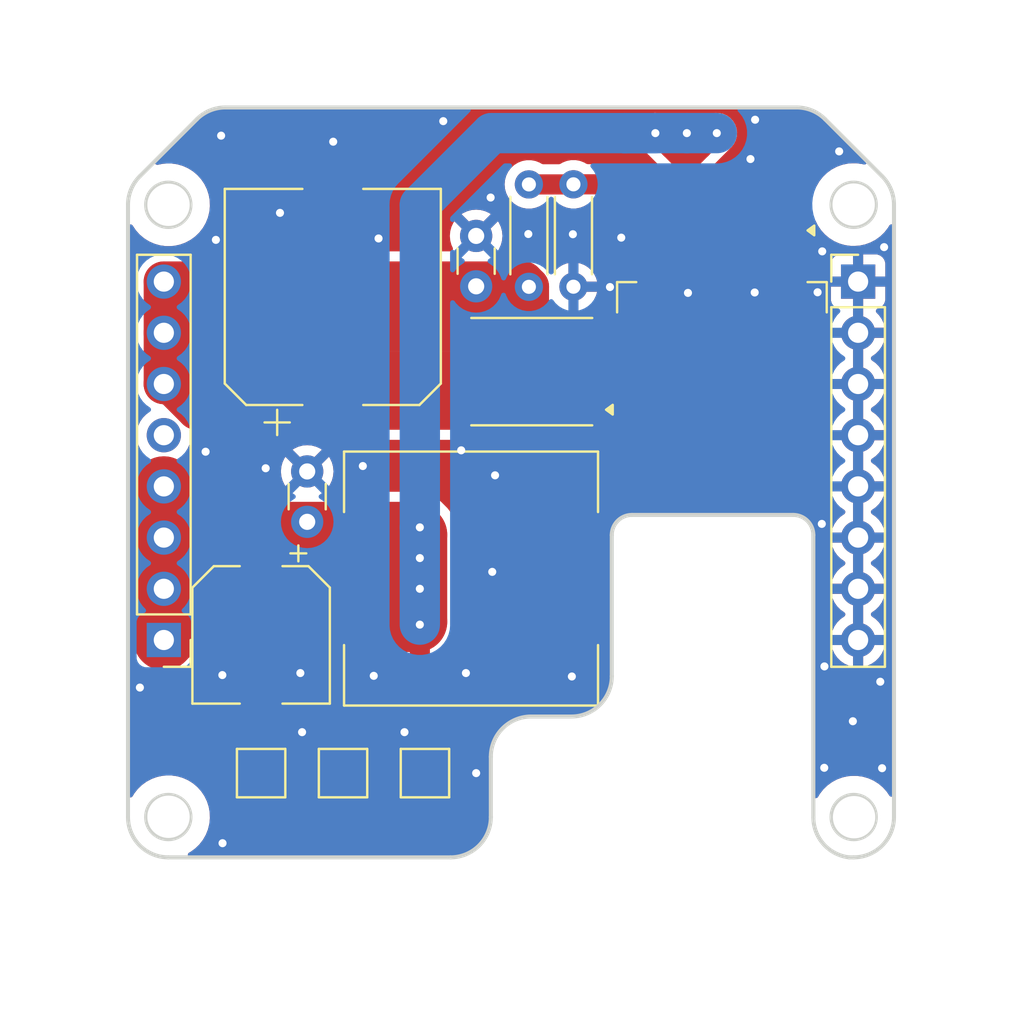
<source format=kicad_pcb>
(kicad_pcb (version 20221018) (generator pcbnew)
  (layers (0 "F.Cu" signal) (31 "B.Cu" signal) (34 "B.Paste" user) (35 "F.Paste" user) (36 "B.SilkS" user "B.Silkscreen") (37 "F.SilkS" user "F.Silkscreen") (38 "B.Mask" user) (39 "F.Mask" user) (44 "Edge.Cuts" user))
  (net 0 "")
  (net 1 "+12V")
  (net 2 "GND")
  (net 3 "+48V")
  (net 4 "Net-(D1-A)")
  (net 5 "Net-(VR1-FB)")
  (footprint "Capacitor_SMD:CP_Elec_6.3x5.9" (layer "F.Cu") (at 139.954 107.696 -90)
    (fp_text reference "C1" hide)
    (fp_text value "47μ" hide)
    (fp_line (start -4.4375 -1.8475) (end -3.65 -1.8475) (stroke (width 0.12)) (layer "F.SilkS"))
    (fp_line (start -4.04375 -2.24125) (end -4.04375 -1.45375) (stroke (width 0.12)) (layer "F.SilkS"))
    (fp_line (start -3.41 -2.345563) (end -3.41 -1.06) (stroke (width 0.12)) (layer "F.SilkS"))
    (fp_line (start -3.41 -2.345563) (end -2.345563 -3.41) (stroke (width 0.12)) (layer "F.SilkS"))
    (fp_line (start -3.41 2.345563) (end -3.41 1.06) (stroke (width 0.12)) (layer "F.SilkS"))
    (fp_line (start -3.41 2.345563) (end -2.345563 3.41) (stroke (width 0.12)) (layer "F.SilkS"))
    (fp_line (start -2.345563 -3.41) (end 3.41 -3.41) (stroke (width 0.12)) (layer "F.SilkS"))
    (fp_line (start -2.345563 3.41) (end 3.41 3.41) (stroke (width 0.12)) (layer "F.SilkS"))
    (fp_line (start 3.41 -3.41) (end 3.41 -1.06) (stroke (width 0.12)) (layer "F.SilkS"))
    (fp_line (start 3.41 3.41) (end 3.41 1.06) (stroke (width 0.12)) (layer "F.SilkS"))
    (pad "1" smd roundrect (at -2.8 0 270) (size 3.5 1.6) (layers "F.Cu" "F.Paste" "F.Mask") (roundrect_rratio 0.15625) (net 1 "+12V"))
    (pad "2" smd roundrect (at 2.8 0 270) (size 3.5 1.6) (layers "F.Cu" "F.Paste" "F.Mask") (roundrect_rratio 0.15625) (net 2 "GND"))
  )
  (footprint "MountingHole:MountingHole_2.1mm" (layer "F.Cu") (at 169.37 116.74)
    (fp_text reference "REF**" hide)
    (fp_text value "MountingHole_2.1mm" hide)
    (pad "" np_thru_hole circle (at 0 0) (size 2.1 2.1) (drill 2.1) (layers "F&B.Cu" "*.Mask"))
  )
  (footprint "MountingHole:MountingHole_2.1mm" (layer "F.Cu") (at 135.36 86.36)
    (fp_text reference "REF**" hide)
    (fp_text value "MountingHole_2.1mm" hide)
    (pad "" np_thru_hole circle (at 0 0) (size 2.1 2.1) (drill 2.1) (layers "F&B.Cu" "*.Mask"))
  )
  (footprint "TestPoint:TestPoint_Pad_2.0x2.0mm" (layer "F.Cu") (at 144.018 114.554)
    (fp_text reference "REF**" hide)
    (fp_text value "TestPoint_Pad_2.0x2.0mm" hide)
    (fp_line (start -1.2 -1.2) (end 1.2 -1.2) (stroke (width 0.12)) (layer "F.SilkS"))
    (fp_line (start -1.2 1.2) (end -1.2 -1.2) (stroke (width 0.12)) (layer "F.SilkS"))
    (fp_line (start 1.2 -1.2) (end 1.2 1.2) (stroke (width 0.12)) (layer "F.SilkS"))
    (fp_line (start 1.2 1.2) (end -1.2 1.2) (stroke (width 0.12)) (layer "F.SilkS"))
    (pad "1" smd rect (at 0 0) (size 2 2) (layers "F.Cu" "F.Mask") (net 1 "+12V"))
  )
  (footprint "Package_SON:Infineon_PG-TDSON-8_6.15x5.15mm" (layer "F.Cu") (at 153.385 94.615 180)
    (fp_text reference "D1" hide)
    (fp_text value "D" hide)
    (fp_line (start 3.005 -2.685) (end -2.995 -2.685) (stroke (width 0.12)) (layer "F.SilkS"))
    (fp_line (start 3.005 2.64) (end -2.995 2.64) (stroke (width 0.12)) (layer "F.SilkS"))
    (fp_poly (pts (xy -3.681827 -1.91) (xy -4.011827 -1.67) (xy -4.011827 -2.15) (xy -3.681827 -1.91)) (stroke (width 0.12)) (fill solid) (layer "F.SilkS"))
    (pad "1" smd rect (at 0.675 0 180) (size 4.5 4.7) (layers "F.Cu" "F.Mask") (net 3 "+48V"))
    (pad "1" smd roundrect (at 2.925 -1.995 180) (size 1 0.7) (layers "F.Cu" "F.Paste" "F.Mask") (net 3 "+48V"))
    (pad "1" smd roundrect (at 2.925 -0.665 180) (size 1 0.7) (layers "F.Cu" "F.Paste" "F.Mask") (net 3 "+48V"))
    (pad "1" smd roundrect (at 2.925 0.665 180) (size 1 0.7) (layers "F.Cu" "F.Paste" "F.Mask") (net 3 "+48V"))
    (pad "1" smd roundrect (at 2.925 1.995 180) (size 1 0.7) (layers "F.Cu" "F.Paste" "F.Mask") (net 3 "+48V"))
    (pad "2" smd roundrect (at -2.825 -1.905 180) (size 1.2 0.65) (layers "F.Cu" "F.Paste" "F.Mask") (net 4 "Net-(D1-A)"))
    (pad "2" smd roundrect (at -2.825 -0.635 180) (size 1.2 0.65) (layers "F.Cu" "F.Paste" "F.Mask") (net 4 "Net-(D1-A)"))
    (pad "2" smd roundrect (at -2.825 0.635 180) (size 1.2 0.65) (layers "F.Cu" "F.Paste" "F.Mask") (net 4 "Net-(D1-A)"))
    (pad "2" smd roundrect (at -2.825 1.905 180) (size 1.2 0.65) (layers "F.Cu" "F.Paste" "F.Mask") (net 4 "Net-(D1-A)"))
  )
  (footprint "Inductor_SMD:L_12x12mm_H6mm" (layer "F.Cu") (at 150.368 104.902)
    (fp_text reference "L1" hide)
    (fp_text value "47μH" hide)
    (fp_line (start -6.3 -6.3) (end 6.3 -6.3) (stroke (width 0.12)) (layer "F.SilkS"))
    (fp_line (start -6.3 -3.3) (end -6.3 -6.3) (stroke (width 0.12)) (layer "F.SilkS"))
    (fp_line (start -6.3 6.3) (end -6.3 3.3) (stroke (width 0.12)) (layer "F.SilkS"))
    (fp_line (start 6.3 -6.3) (end 6.3 -3.3) (stroke (width 0.12)) (layer "F.SilkS"))
    (fp_line (start 6.3 3.3) (end 6.3 6.3) (stroke (width 0.12)) (layer "F.SilkS"))
    (fp_line (start 6.3 6.3) (end -6.3 6.3) (stroke (width 0.12)) (layer "F.SilkS"))
    (pad "1" smd rect (at -4.95 0) (size 2.9 5.4) (layers "F.Cu" "F.Paste" "F.Mask") (net 1 "+12V"))
    (pad "2" smd rect (at 4.95 0) (size 2.9 5.4) (layers "F.Cu" "F.Paste" "F.Mask") (net 4 "Net-(D1-A)"))
  )
  (footprint "Resistor_THT:R_Axial_DIN0204_L3.6mm_D1.6mm_P5.08mm_Horizontal" (layer "F.Cu") (at 155.448 85.344 -90)
    (fp_text reference "R2" hide)
    (fp_text value "1k" hide)
    (fp_line (start 0.62 -0.92) (end 4.46 -0.92) (stroke (width 0.12)) (layer "F.SilkS"))
    (fp_line (start 0.62 0.92) (end 4.46 0.92) (stroke (width 0.12)) (layer "F.SilkS"))
    (pad "1" thru_hole circle (at 0 0 270) (size 1.4 1.4) (drill 0.7) (layers "*.Cu" "*.Mask") (net 5 "Net-(VR1-FB)"))
    (pad "2" thru_hole oval (at 5.08 0 270) (size 1.4 1.4) (drill 0.7) (layers "*.Cu" "*.Mask") (net 2 "GND"))
  )
  (footprint "Capacitor_SMD:CP_Elec_10x10.5" (layer "F.Cu") (at 143.51 90.932 90)
    (fp_text reference "C4" hide)
    (fp_text value "220μ" hide)
    (fp_line (start -6.85 -2.76) (end -5.6 -2.76) (stroke (width 0.12)) (layer "F.SilkS"))
    (fp_line (start -6.225 -3.385) (end -6.225 -2.135) (stroke (width 0.12)) (layer "F.SilkS"))
    (fp_line (start -5.36 -4.295563) (end -5.36 -1.51) (stroke (width 0.12)) (layer "F.SilkS"))
    (fp_line (start -5.36 -4.295563) (end -4.295563 -5.36) (stroke (width 0.12)) (layer "F.SilkS"))
    (fp_line (start -5.36 4.295563) (end -5.36 1.51) (stroke (width 0.12)) (layer "F.SilkS"))
    (fp_line (start -5.36 4.295563) (end -4.295563 5.36) (stroke (width 0.12)) (layer "F.SilkS"))
    (fp_line (start -4.295563 -5.36) (end 5.36 -5.36) (stroke (width 0.12)) (layer "F.SilkS"))
    (fp_line (start -4.295563 5.36) (end 5.36 5.36) (stroke (width 0.12)) (layer "F.SilkS"))
    (fp_line (start 5.36 -5.36) (end 5.36 -1.51) (stroke (width 0.12)) (layer "F.SilkS"))
    (fp_line (start 5.36 5.36) (end 5.36 1.51) (stroke (width 0.12)) (layer "F.SilkS"))
    (pad "1" smd roundrect (at -4.2 0 90) (size 4.4 2.5) (layers "F.Cu" "F.Paste" "F.Mask") (roundrect_rratio 0.1) (net 3 "+48V"))
    (pad "2" smd roundrect (at 4.2 0 90) (size 4.4 2.5) (layers "F.Cu" "F.Paste" "F.Mask") (roundrect_rratio 0.1) (net 2 "GND"))
  )
  (footprint "Package_TO_SOT_SMD:TO-263-5_TabPin3" (layer "F.Cu") (at 162.814 95.02 -90)
    (fp_text reference "VR1" hide)
    (fp_text value "XL6009" hide)
    (fp_line (start -4.825 -5.2) (end -4.825 -4.25) (stroke (width 0.12)) (layer "F.SilkS"))
    (fp_line (start -4.825 5.2) (end -4.825 4.25) (stroke (width 0.12)) (layer "F.SilkS"))
    (fp_line (start -3.325 -5.2) (end -4.825 -5.2) (stroke (width 0.12)) (layer "F.SilkS"))
    (fp_line (start -3.325 5.2) (end -4.825 5.2) (stroke (width 0.12)) (layer "F.SilkS"))
    (fp_poly (pts (xy -7.3875 -4.25) (xy -7.6275 -4.58) (xy -7.1475 -4.58) (xy -7.3875 -4.25)) (stroke (width 0.12)) (fill solid) (layer "F.SilkS"))
    (pad "1" smd roundrect (at -7.65 -3.4 270) (size 4.6 1.1) (layers "F.Cu" "F.Paste" "F.Mask") (roundrect_rratio 0.2272727273) (net 2 "GND"))
    (pad "2" smd roundrect (at -7.65 -1.7 270) (size 4.6 1.1) (layers "F.Cu" "F.Paste" "F.Mask") (roundrect_rratio 0.2272727273))
    (pad "3" smd roundrect (at -7.65 0 270) (size 4.6 1.1) (layers "F.Cu" "F.Paste" "F.Mask") (roundrect_rratio 0.2272727273) (net 4 "Net-(D1-A)"))
    (pad "3" smd roundrect (at -0.925 -2.775 270) (size 4.55 5.25) (layers "F.Cu" "F.Paste") (roundrect_rratio 0.05494505495) (net 4 "Net-(D1-A)"))
    (pad "3" smd roundrect (at -0.925 2.775 270) (size 4.55 5.25) (layers "F.Cu" "F.Paste") (roundrect_rratio 0.05494505495) (net 4 "Net-(D1-A)"))
    (pad "3" smd roundrect (at 1.5 0 270) (size 9.4 10.8) (layers "F.Cu" "F.Mask") (roundrect_rratio 0.02659595745) (net 4 "Net-(D1-A)"))
    (pad "3" smd roundrect (at 3.925 -2.775 270) (size 4.55 5.25) (layers "F.Cu" "F.Paste") (roundrect_rratio 0.05494505495) (net 4 "Net-(D1-A)"))
    (pad "3" smd roundrect (at 3.925 2.775 270) (size 4.55 5.25) (layers "F.Cu" "F.Paste") (roundrect_rratio 0.05494505495) (net 4 "Net-(D1-A)"))
    (pad "4" smd roundrect (at -7.65 1.7 270) (size 4.6 1.1) (layers "F.Cu" "F.Paste" "F.Mask") (roundrect_rratio 0.2272727273) (net 1 "+12V"))
    (pad "5" smd roundrect (at -7.65 3.4 270) (size 4.6 1.1) (layers "F.Cu" "F.Paste" "F.Mask") (roundrect_rratio 0.2272727273) (net 5 "Net-(VR1-FB)"))
  )
  (footprint "Connector_PinHeader_2.54mm:PinHeader_1x08_P2.54mm_Vertical" (layer "F.Cu") (at 135.128 107.95 180)
    (fp_text reference "J2" hide)
    (fp_text value "Conn_01x08_Socket" hide)
    (fp_line (start -1.33 -1.33) (end 0 -1.33) (stroke (width 0.12)) (layer "F.SilkS"))
    (fp_line (start -1.33 0) (end -1.33 -1.33) (stroke (width 0.12)) (layer "F.SilkS"))
    (fp_line (start -1.33 1.27) (end -1.33 19.11) (stroke (width 0.12)) (layer "F.SilkS"))
    (fp_line (start -1.33 1.27) (end 1.33 1.27) (stroke (width 0.12)) (layer "F.SilkS"))
    (fp_line (start -1.33 19.11) (end 1.33 19.11) (stroke (width 0.12)) (layer "F.SilkS"))
    (fp_line (start 1.33 1.27) (end 1.33 19.11) (stroke (width 0.12)) (layer "F.SilkS"))
    (pad "1" thru_hole rect (at 0 0 180) (size 1.7 1.7) (drill 1) (layers "*.Cu" "*.Mask") (net 1 "+12V"))
    (pad "2" thru_hole oval (at 0 2.54 180) (size 1.7 1.7) (drill 1) (layers "*.Cu" "*.Mask") (net 1 "+12V"))
    (pad "3" thru_hole oval (at 0 5.08 180) (size 1.7 1.7) (drill 1) (layers "*.Cu" "*.Mask") (net 1 "+12V"))
    (pad "4" thru_hole oval (at 0 7.62 180) (size 1.7 1.7) (drill 1) (layers "*.Cu" "*.Mask") (net 1 "+12V"))
    (pad "5" thru_hole oval (at 0 10.16 180) (size 1.7 1.7) (drill 1) (layers "*.Cu" "*.Mask"))
    (pad "6" thru_hole oval (at 0 12.7 180) (size 1.7 1.7) (drill 1) (layers "*.Cu" "*.Mask") (net 3 "+48V"))
    (pad "7" thru_hole oval (at 0 15.24 180) (size 1.7 1.7) (drill 1) (layers "*.Cu" "*.Mask") (net 3 "+48V"))
    (pad "8" thru_hole oval (at 0 17.78 180) (size 1.7 1.7) (drill 1) (layers "*.Cu" "*.Mask") (net 3 "+48V"))
  )
  (footprint "Capacitor_THT:C_Disc_D3.0mm_W1.6mm_P2.50mm" (layer "F.Cu") (at 150.622 90.404 90)
    (fp_text reference "C3" hide)
    (fp_text value "0.1μ" hide)
    (fp_line (start 0.621 -0.92) (end 1.879 -0.92) (stroke (width 0.12)) (layer "F.SilkS"))
    (fp_line (start 0.621 0.92) (end 1.879 0.92) (stroke (width 0.12)) (layer "F.SilkS"))
    (pad "1" thru_hole circle (at 0 0 90) (size 1.6 1.6) (drill 0.8) (layers "*.Cu" "*.Mask") (net 3 "+48V"))
    (pad "2" thru_hole circle (at 2.5 0 90) (size 1.6 1.6) (drill 0.8) (layers "*.Cu" "*.Mask") (net 2 "GND"))
  )
  (footprint "TestPoint:TestPoint_Pad_2.0x2.0mm" (layer "F.Cu") (at 148.082 114.554)
    (fp_text reference "REF**" hide)
    (fp_text value "TestPoint_Pad_2.0x2.0mm" hide)
    (fp_line (start -1.2 -1.2) (end 1.2 -1.2) (stroke (width 0.12)) (layer "F.SilkS"))
    (fp_line (start -1.2 1.2) (end -1.2 -1.2) (stroke (width 0.12)) (layer "F.SilkS"))
    (fp_line (start 1.2 -1.2) (end 1.2 1.2) (stroke (width 0.12)) (layer "F.SilkS"))
    (fp_line (start 1.2 1.2) (end -1.2 1.2) (stroke (width 0.12)) (layer "F.SilkS"))
    (pad "1" smd rect (at 0 0) (size 2 2) (layers "F.Cu" "F.Mask") (net 3 "+48V"))
  )
  (footprint "Connector_PinHeader_2.54mm:PinHeader_1x08_P2.54mm_Vertical" (layer "F.Cu") (at 169.57 90.17)
    (fp_text reference "J1" hide)
    (fp_text value "Conn_01x08_Socket" hide)
    (fp_line (start -1.33 -1.33) (end 0 -1.33) (stroke (width 0.12)) (layer "F.SilkS"))
    (fp_line (start -1.33 0) (end -1.33 -1.33) (stroke (width 0.12)) (layer "F.SilkS"))
    (fp_line (start -1.33 1.27) (end -1.33 19.11) (stroke (width 0.12)) (layer "F.SilkS"))
    (fp_line (start -1.33 1.27) (end 1.33 1.27) (stroke (width 0.12)) (layer "F.SilkS"))
    (fp_line (start -1.33 19.11) (end 1.33 19.11) (stroke (width 0.12)) (layer "F.SilkS"))
    (fp_line (start 1.33 1.27) (end 1.33 19.11) (stroke (width 0.12)) (layer "F.SilkS"))
    (pad "1" thru_hole rect (at 0 0) (size 1.7 1.7) (drill 1) (layers "*.Cu" "*.Mask") (net 2 "GND"))
    (pad "2" thru_hole oval (at 0 2.54) (size 1.7 1.7) (drill 1) (layers "*.Cu" "*.Mask") (net 2 "GND"))
    (pad "3" thru_hole oval (at 0 5.08) (size 1.7 1.7) (drill 1) (layers "*.Cu" "*.Mask") (net 2 "GND"))
    (pad "4" thru_hole oval (at 0 7.62) (size 1.7 1.7) (drill 1) (layers "*.Cu" "*.Mask") (net 2 "GND"))
    (pad "5" thru_hole oval (at 0 10.16) (size 1.7 1.7) (drill 1) (layers "*.Cu" "*.Mask") (net 2 "GND"))
    (pad "6" thru_hole oval (at 0 12.7) (size 1.7 1.7) (drill 1) (layers "*.Cu" "*.Mask") (net 2 "GND"))
    (pad "7" thru_hole oval (at 0 15.24) (size 1.7 1.7) (drill 1) (layers "*.Cu" "*.Mask") (net 2 "GND"))
    (pad "8" thru_hole oval (at 0 17.78) (size 1.7 1.7) (drill 1) (layers "*.Cu" "*.Mask") (net 2 "GND"))
  )
  (footprint "MountingHole:MountingHole_2.1mm" (layer "F.Cu") (at 169.35 86.35)
    (fp_text reference "REF**" hide)
    (fp_text value "MountingHole_2.1mm" hide)
    (pad "" np_thru_hole circle (at 0 0) (size 2.1 2.1) (drill 2.1) (layers "F&B.Cu" "*.Mask"))
  )
  (footprint "Capacitor_THT:C_Disc_D3.0mm_W1.6mm_P2.50mm" (layer "F.Cu") (at 142.24 102.088 90)
    (fp_text reference "C2" hide)
    (fp_text value "0.1μ" hide)
    (fp_line (start 0.621 -0.92) (end 1.879 -0.92) (stroke (width 0.12)) (layer "F.SilkS"))
    (fp_line (start 0.621 0.92) (end 1.879 0.92) (stroke (width 0.12)) (layer "F.SilkS"))
    (pad "1" thru_hole circle (at 0 0 90) (size 1.6 1.6) (drill 0.8) (layers "*.Cu" "*.Mask") (net 1 "+12V"))
    (pad "2" thru_hole circle (at 2.5 0 90) (size 1.6 1.6) (drill 0.8) (layers "*.Cu" "*.Mask") (net 2 "GND"))
  )
  (footprint "MountingHole:MountingHole_2.1mm" (layer "F.Cu") (at 135.36 116.72)
    (fp_text reference "REF**" hide)
    (fp_text value "MountingHole_2.1mm" hide)
    (pad "" np_thru_hole circle (at 0 0) (size 2.1 2.1) (drill 2.1) (layers "*.Cu" "*.Mask"))
  )
  (footprint "Resistor_THT:R_Axial_DIN0204_L3.6mm_D1.6mm_P5.08mm_Horizontal" (layer "F.Cu") (at 153.238 90.429 90)
    (fp_text reference "R1" hide)
    (fp_text value "47k" hide)
    (fp_line (start 0.62 -0.92) (end 4.46 -0.92) (stroke (width 0.12)) (layer "F.SilkS"))
    (fp_line (start 0.62 0.92) (end 4.46 0.92) (stroke (width 0.12)) (layer "F.SilkS"))
    (pad "1" thru_hole circle (at 0 0 90) (size 1.4 1.4) (drill 0.7) (layers "*.Cu" "*.Mask") (net 3 "+48V"))
    (pad "2" thru_hole oval (at 5.08 0 90) (size 1.4 1.4) (drill 0.7) (layers "*.Cu" "*.Mask") (net 5 "Net-(VR1-FB)"))
  )
  (footprint "TestPoint:TestPoint_Pad_2.0x2.0mm" (layer "F.Cu") (at 139.954 114.554)
    (fp_text reference "REF**" hide)
    (fp_text value "TestPoint_Pad_2.0x2.0mm" hide)
    (fp_line (start -1.2 -1.2) (end 1.2 -1.2) (stroke (width 0.12)) (layer "F.SilkS"))
    (fp_line (start -1.2 1.2) (end -1.2 -1.2) (stroke (width 0.12)) (layer "F.SilkS"))
    (fp_line (start 1.2 -1.2) (end 1.2 1.2) (stroke (width 0.12)) (layer "F.SilkS"))
    (fp_line (start 1.2 1.2) (end -1.2 1.2) (stroke (width 0.12)) (layer "F.SilkS"))
    (pad "1" smd rect (at 0 0) (size 2 2) (layers "F.Cu" "F.Mask") (net 2 "GND"))
  )
  (gr_line (start 171.35 116.732584) (end 171.35 86.36) (stroke (width 0.2)) (layer "Edge.Cuts"))
  (gr_circle (center 169.35 116.732584) (end 169.35 115.632584) (stroke (width 0.2)) (fill none) (layer "Edge.Cuts"))
  (gr_line (start 136.764213 82.11736) (end 133.935786 84.945787) (stroke (width 0.2)) (layer "Edge.Cuts"))
  (gr_arc (start 169.125996 118.732584) (mid 167.858691 118.077833) (end 167.35 116.745168) (stroke (width 0.2)) (layer "Edge.Cuts"))
  (gr_arc (start 170.764214 84.945787) (mid 171.197759 85.594633) (end 171.35 86.36) (stroke (width 0.2)) (layer "Edge.Cuts"))
  (gr_line (start 158.35 101.745168) (end 166.35 101.745168) (stroke (width 0.2)) (layer "Edge.Cuts"))
  (gr_arc (start 157.35 109.745168) (mid 156.764214 111.159382) (end 155.35 111.745168) (stroke (width 0.2)) (layer "Edge.Cuts"))
  (gr_arc (start 136.764213 82.11736) (mid 137.41306 81.683814) (end 138.178427 81.531573) (stroke (width 0.2)) (layer "Edge.Cuts"))
  (gr_line (start 166.521573 81.531573) (end 138.178427 81.531573) (stroke (width 0.2)) (layer "Edge.Cuts"))
  (gr_line (start 133.35 86.36) (end 133.35 116.732584) (stroke (width 0.2)) (layer "Edge.Cuts"))
  (gr_arc (start 151.35 116.732584) (mid 150.764214 118.146798) (end 149.35 118.732584) (stroke (width 0.2)) (layer "Edge.Cuts"))
  (gr_line (start 170.764214 84.945787) (end 167.935787 82.11736) (stroke (width 0.2)) (layer "Edge.Cuts"))
  (gr_circle (center 169.35 86.36) (end 169.35 85.26) (stroke (width 0.2)) (fill none) (layer "Edge.Cuts"))
  (gr_line (start 169.125996 118.732584) (end 169.35 118.732584) (stroke (width 0.2)) (layer "Edge.Cuts"))
  (gr_arc (start 166.35 101.745168) (mid 167.057107 102.038061) (end 167.35 102.745168) (stroke (width 0.2)) (layer "Edge.Cuts"))
  (gr_arc (start 171.35 116.732584) (mid 170.764214 118.146798) (end 169.35 118.732584) (stroke (width 0.2)) (layer "Edge.Cuts"))
  (gr_arc (start 133.35 86.36) (mid 133.502241 85.594633) (end 133.935786 84.945787) (stroke (width 0.2)) (layer "Edge.Cuts"))
  (gr_arc (start 166.521573 81.531573) (mid 167.28694 81.683814) (end 167.935787 82.11736) (stroke (width 0.2)) (layer "Edge.Cuts"))
  (gr_line (start 167.35 102.745168) (end 167.35 116.745168) (stroke (width 0.2)) (layer "Edge.Cuts"))
  (gr_circle (center 135.35 86.36) (end 135.35 85.26) (stroke (width 0.2)) (fill none) (layer "Edge.Cuts"))
  (gr_line (start 153.35 111.745168) (end 155.35 111.745168) (stroke (width 0.2)) (layer "Edge.Cuts"))
  (gr_line (start 151.35 116.732584) (end 151.35 113.745168) (stroke (width 0.2)) (layer "Edge.Cuts"))
  (gr_line (start 157.35 109.745168) (end 157.35 102.745168) (stroke (width 0.2)) (layer "Edge.Cuts"))
  (gr_line (start 135.35 118.732584) (end 149.35 118.732584) (stroke (width 0.2)) (layer "Edge.Cuts"))
  (gr_arc (start 135.35 118.732584) (mid 133.935786 118.146798) (end 133.35 116.732584) (stroke (width 0.2)) (layer "Edge.Cuts"))
  (gr_arc (start 157.35 102.745168) (mid 157.642893 102.038061) (end 158.35 101.745168) (stroke (width 0.2)) (layer "Edge.Cuts"))
  (gr_circle (center 135.35 116.732584) (end 135.35 115.632584) (stroke (width 0.2)) (fill none) (layer "Edge.Cuts"))
  (gr_arc (start 151.35 113.745168) (mid 151.935787 112.330955) (end 153.35 111.745168) (stroke (width 0.2)) (layer "Edge.Cuts"))
  (segment (start 144.018 113.284) (end 147.828 109.474) (width 1) (layer "F.Cu") (net 1))
  (segment (start 147.686 107.046) (end 136.032 107.046) (width 3) (layer "F.Cu") (net 1))
  (segment (start 135.128 102.87) (end 135.128 107.95) (width 3) (layer "F.Cu") (net 1))
  (segment (start 161.798 83.566) (end 162.56 82.804) (width 1) (layer "F.Cu") (net 1))
  (segment (start 137.922 104.902) (end 145.418 104.902) (width 3) (layer "F.Cu") (net 1))
  (segment (start 160.274 83.566) (end 161.798 83.566) (width 1) (layer "F.Cu") (net 1))
  (segment (start 159.512 82.804) (end 161.114 84.406) (width 1) (layer "F.Cu") (net 1))
  (segment (start 159.512 82.804) (end 160.274 83.566) (width 1) (layer "F.Cu") (net 1))
  (segment (start 137.668 105.156) (end 137.922 104.902) (width 3) (layer "F.Cu") (net 1))
  (segment (start 137.384 102.596) (end 147.554 102.596) (width 3) (layer "F.Cu") (net 1))
  (segment (start 161.114 84.25) (end 161.798 83.566) (width 1) (layer "F.Cu") (net 1))
  (segment (start 159.512 82.804) (end 162.56 82.804) (width 1) (layer "F.Cu") (net 1))
  (segment (start 147.828 109.474) (end 147.828 107.188) (width 1) (layer "F.Cu") (net 1))
  (segment (start 135.128 102.87) (end 137.414 105.156) (width 3) (layer "F.Cu") (net 1))
  (segment (start 135.128 102.87) (end 135.128 100.34) (width 3) (layer "F.Cu") (net 1))
  (segment (start 135.128 100.34) (end 137.384 102.596) (width 3) (layer "F.Cu") (net 1))
  (segment (start 136.032 107.046) (end 135.128 107.95) (width 3) (layer "F.Cu") (net 1))
  (segment (start 161.114 87.37) (end 161.114 84.25) (width 1) (layer "F.Cu") (net 1))
  (segment (start 137.414 105.156) (end 137.668 105.156) (width 3) (layer "F.Cu") (net 1))
  (segment (start 144.018 114.554) (end 144.018 113.284) (width 1) (layer "F.Cu") (net 1))
  (segment (start 161.114 84.406) (end 161.114 87.37) (width 1) (layer "F.Cu") (net 1))
  (segment (start 147.686 102.728) (end 147.686 107.046) (width 3) (layer "F.Cu") (net 1))
  (segment (start 147.554 102.596) (end 147.686 102.728) (width 3) (layer "F.Cu") (net 1))
  (via (at 161.074 82.804) (size 0.8) (drill 0.4) (layers "F.Cu" "B.Cu") (net 1))
  (via (at 147.828 107.188) (size 0.8) (drill 0.4) (layers "F.Cu" "B.Cu") (net 1))
  (via (at 147.828 103.886) (size 0.8) (drill 0.4) (layers "F.Cu" "B.Cu") (net 1))
  (via (at 162.56 82.804) (size 0.8) (drill 0.4) (layers "F.Cu" "B.Cu") (net 1))
  (via (at 159.512 82.804) (size 0.8) (drill 0.4) (layers "F.Cu" "B.Cu") (net 1))
  (via (at 147.828 102.362) (size 0.8) (drill 0.4) (layers "F.Cu" "B.Cu") (net 1))
  (via (at 147.828 105.41) (size 0.8) (drill 0.4) (layers "F.Cu" "B.Cu") (net 1))
  (segment (start 151.384 82.804) (end 157.988 82.804) (width 2) (layer "B.Cu") (net 1))
  (segment (start 147.828 86.36) (end 151.384 82.804) (width 2) (layer "B.Cu") (net 1))
  (segment (start 147.828 102.362) (end 147.828 86.36) (width 2) (layer "B.Cu") (net 1))
  (segment (start 161.074 82.804) (end 162.56 82.804) (width 2) (layer "B.Cu") (net 1))
  (segment (start 161.074 82.804) (end 157.988 82.804) (width 2) (layer "B.Cu") (net 1))
  (segment (start 147.828 107.188) (end 147.828 102.362) (width 2) (layer "B.Cu") (net 1))
  (segment (start 157.988 82.804) (end 159.512 82.804) (width 2) (layer "B.Cu") (net 1))
  (via (at 149.88 98.54) (size 0.8) (drill 0.4) (layers "F.Cu" "B.Cu") (net 2))
  (via (at 150.114 109.59) (size 0.8) (drill 0.4) (layers "F.Cu" "B.Cu") (net 2))
  (via (at 150.622 114.554) (size 0.8) (drill 0.4) (layers "F.Cu" "B.Cu") (net 2))
  (via (at 155.37 109.76) (size 0.8) (drill 0.4) (layers "F.Cu" "B.Cu") (net 2))
  (via (at 145.542 109.728) (size 0.8) (drill 0.4) (layers "F.Cu" "B.Cu") (net 2))
  (via (at 137.97 82.93) (size 0.8) (drill 0.4) (layers "F.Cu" "B.Cu") (net 2))
  (via (at 143.53 83.23) (size 0.8) (drill 0.4) (layers "F.Cu" "B.Cu") (net 2))
  (via (at 167.9 109.26) (size 0.8) (drill 0.4) (layers "F.Cu" "B.Cu") (net 2))
  (via (at 167.77 102.19) (size 0.8) (drill 0.4) (layers "F.Cu" "B.Cu") (net 2))
  (via (at 151.56 99.78) (size 0.8) (drill 0.4) (layers "F.Cu" "B.Cu") (net 2))
  (via (at 137.2 98.61) (size 0.8) (drill 0.4) (layers "F.Cu" "B.Cu") (net 2))
  (via (at 170.67 110.02) (size 0.8) (drill 0.4) (layers "F.Cu" "B.Cu") (net 2))
  (via (at 138.04 118.03) (size 0.8) (drill 0.4) (layers "F.Cu" "B.Cu") (net 2))
  (via (at 140.18 99.43) (size 0.8) (drill 0.4) (layers "F.Cu" "B.Cu") (net 2))
  (via (at 170.76 114.31) (size 0.8) (drill 0.4) (layers "F.Cu" "B.Cu") (net 2))
  (via (at 167.56 90.7) (size 0.8) (drill 0.4) (layers "F.Cu" "B.Cu") (net 2))
  (via (at 153.21 87.81) (size 0.8) (drill 0.4) (layers "F.Cu" "B.Cu") (net 2))
  (via (at 161.13 90.73) (size 0.8) (drill 0.4) (layers "F.Cu" "B.Cu") (net 2))
  (via (at 164.23 84.09) (size 0.8) (drill 0.4) (layers "F.Cu" "B.Cu") (net 2))
  (via (at 141.986 112.522) (size 0.8) (drill 0.4) (layers "F.Cu" "B.Cu") (net 2))
  (via (at 141.9 109.59) (size 0.8) (drill 0.4) (layers "F.Cu" "B.Cu") (net 2))
  (via (at 167.79 88.67) (size 0.8) (drill 0.4) (layers "F.Cu" "B.Cu") (net 2))
  (via (at 151.42 104.57) (size 0.8) (drill 0.4) (layers "F.Cu" "B.Cu") (net 2))
  (via (at 169.31 111.98) (size 0.8) (drill 0.4) (layers "F.Cu" "B.Cu") (net 2))
  (via (at 145 99.32) (size 0.8) (drill 0.4) (layers "F.Cu" "B.Cu") (net 2))
  (via (at 138.03 109.69) (size 0.8) (drill 0.4) (layers "F.Cu" "B.Cu") (net 2))
  (via (at 164.44 90.71) (size 0.8) (drill 0.4) (layers "F.Cu" "B.Cu") (net 2))
  (via (at 167.89 114.29) (size 0.8) (drill 0.4) (layers "F.Cu" "B.Cu") (net 2))
  (via (at 170.86 88.46) (size 0.8) (drill 0.4) (layers "F.Cu" "B.Cu") (net 2))
  (via (at 157.26 90.44) (size 0.8) (drill 0.4) (layers "F.Cu" "B.Cu") (net 2))
  (via (at 137.71 88.1) (size 0.8) (drill 0.4) (layers "F.Cu" "B.Cu") (net 2))
  (via (at 140.89 86.76) (size 0.8) (drill 0.4) (layers "F.Cu" "B.Cu") (net 2))
  (via (at 145.78 88.03) (size 0.8) (drill 0.4) (layers "F.Cu" "B.Cu") (net 2))
  (via (at 157.82 87.99) (size 0.8) (drill 0.4) (layers "F.Cu" "B.Cu") (net 2))
  (via (at 168.63 83.71) (size 0.8) (drill 0.4) (layers "F.Cu" "B.Cu") (net 2))
  (via (at 148.99 82.21) (size 0.8) (drill 0.4) (layers "F.Cu" "B.Cu") (net 2))
  (via (at 147.066 112.522) (size 0.8) (drill 0.4) (layers "F.Cu" "B.Cu") (net 2))
  (via (at 164.46 82.14) (size 0.8) (drill 0.4) (layers "F.Cu" "B.Cu") (net 2))
  (via (at 133.94 110.31) (size 0.8) (drill 0.4) (layers "F.Cu" "B.Cu") (net 2))
  (via (at 151.34 86) (size 0.8) (drill 0.4) (layers "F.Cu" "B.Cu") (net 2))
  (via (at 155.42 87.82) (size 0.8) (drill 0.4) (layers "F.Cu" "B.Cu") (net 2))
  (segment (start 151.638 91.694) (end 151.638 93.543) (width 2) (layer "F.Cu") (net 3))
  (segment (start 150.805 96.52) (end 152.71 94.615) (width 2) (layer "F.Cu") (net 3))
  (segment (start 136.144 91.694) (end 151.638 91.694) (width 2) (layer "F.Cu") (net 3))
  (segment (start 150.647 90.429) (end 150.622 90.404) (width 1) (layer "F.Cu") (net 3))
  (segment (start 135.128 93.98) (end 135.763 94.615) (width 2) (layer "F.Cu") (net 3))
  (segment (start 148.082 114.554) (end 148.082 113.792) (width 1) (layer "F.Cu") (net 3))
  (segment (start 135.128 92.71) (end 136.144 91.694) (width 2) (layer "F.Cu") (net 3))
  (segment (start 135.128 90.17) (end 152.979 90.17) (width 2) (layer "F.Cu") (net 3))
  (segment (start 135.128 95.25) (end 137.758 92.62) (width 2) (layer "F.Cu") (net 3))
  (segment (start 151.638 93.543) (end 152.71 94.615) (width 2) (layer "F.Cu") (net 3))
  (segment (start 135.763 94.615) (end 152.71 94.615) (width 2) (layer "F.Cu") (net 3))
  (segment (start 152.71 94.615) (end 153.238 94.087) (width 2) (layer "F.Cu") (net 3))
  (segment (start 137.758 92.62) (end 150.46 92.62) (width 2) (layer "F.Cu") (net 3))
  (segment (start 153.238 94.087) (end 153.238 90.429) (width 2) (layer "F.Cu") (net 3))
  (segment (start 136.757138 96.52) (end 150.805 96.52) (width 2) (layer "F.Cu") (net 3))
  (segment (start 153.238 90.429) (end 150.647 90.429) (width 1) (layer "F.Cu") (net 3))
  (segment (start 135.128 95.25) (end 135.487138 95.25) (width 2) (layer "F.Cu") (net 3))
  (segment (start 150.46 96.61) (end 150.46 90.566) (width 1) (layer "F.Cu") (net 3))
  (segment (start 152.979 90.17) (end 153.238 90.429) (width 2) (layer "F.Cu") (net 3))
  (segment (start 152.71 109.164) (end 152.71 94.615) (width 1) (layer "F.Cu") (net 3))
  (segment (start 150.46 90.566) (end 150.622 90.404) (width 1) (layer "F.Cu") (net 3))
  (segment (start 135.487138 95.25) (end 136.757138 96.52) (width 2) (layer "F.Cu") (net 3))
  (segment (start 135.128 95.25) (end 135.128 93.98) (width 2) (layer "F.Cu") (net 3))
  (segment (start 148.082 113.792) (end 152.71 109.164) (width 1) (layer "F.Cu") (net 3))
  (segment (start 135.128 93.98) (end 135.128 90.17) (width 2) (layer "F.Cu") (net 3))
  (segment (start 157.226 92.71) (end 159.004 92.71) (width 2) (layer "F.Cu") (net 4))
  (segment (start 156.21 92.71) (end 157.226 92.71) (width 2) (layer "F.Cu") (net 4))
  (segment (start 162.814 91.32) (end 160.039 94.095) (width 1) (layer "F.Cu") (net 4))
  (segment (start 157.48 97.028) (end 156.21 98.298) (width 2) (layer "F.Cu") (net 4))
  (segment (start 156.406119 101.149886) (end 156.406139 101.149856) (width 3) (layer "F.Cu") (net 4))
  (segment (start 156.406139 101.149856) (end 158.610995 98.945) (width 3) (layer "F.Cu") (net 4))
  (segment (start 157.226 92.71) (end 157.48 92.964) (width 2) (layer "F.Cu") (net 4))
  (segment (start 158.610995 98.945) (end 160.039 98.945) (width 3) (layer "F.Cu") (net 4))
  (segment (start 155.318 102.238005) (end 156.406119 101.149886) (width 3) (layer "F.Cu") (net 4))
  (segment (start 156.21 100.953717) (end 156.406139 101.149856) (width 2) (layer "F.Cu") (net 4))
  (segment (start 157.48 92.964) (end 157.48 97.028) (width 2) (layer "F.Cu") (net 4))
  (segment (start 162.814 91.32) (end 165.589 94.095) (width 1) (layer "F.Cu") (net 4))
  (segment (start 156.21 101.346005) (end 155.318 102.238005) (width 2) (layer "F.Cu") (net 4))
  (segment (start 162.814 87.37) (end 162.814 91.32) (width 1) (layer "F.Cu") (net 4))
  (segment (start 156.21 96.52) (end 156.21 101.346005) (width 2) (layer "F.Cu") (net 4))
  (segment (start 160.039 98.945) (end 160.039 94.095) (width 3) (layer "F.Cu") (net 4))
  (segment (start 159.004 92.71) (end 162.814 96.52) (width 2) (layer "F.Cu") (net 4))
  (segment (start 156.21 92.71) (end 156.21 96.52) (width 2) (layer "F.Cu") (net 4))
  (segment (start 156.21 98.298) (end 156.21 100.953717) (width 2) (layer "F.Cu") (net 4))
  (segment (start 155.318 104.902) (end 155.318 102.238005) (width 3) (layer "F.Cu") (net 4))
  (segment (start 153.238 85.349) (end 155.443 85.349) (width 1) (layer "F.Cu") (net 5))
  (segment (start 155.443 85.349) (end 155.448 85.344) (width 1) (layer "F.Cu") (net 5))
  (segment (start 157.388 85.344) (end 159.414 87.37) (width 1) (layer "F.Cu") (net 5))
  (segment (start 155.448 85.344) (end 157.388 85.344) (width 1) (layer "F.Cu") (net 5))
  (zone (net 2) (net_name "GND") (layers "F&B.Cu") (connect_pads (clearance 0.5)) (min_thickness 0.25) (fill yes (thermal_gap 0.5) (thermal_bridge_width 0.5) (smoothing fillet) (radius 1))
    (polygon (pts (xy 127 76.2) (xy 127 127) (xy 177.8 127) (xy 177.8 76.2)))
  )
)
</source>
